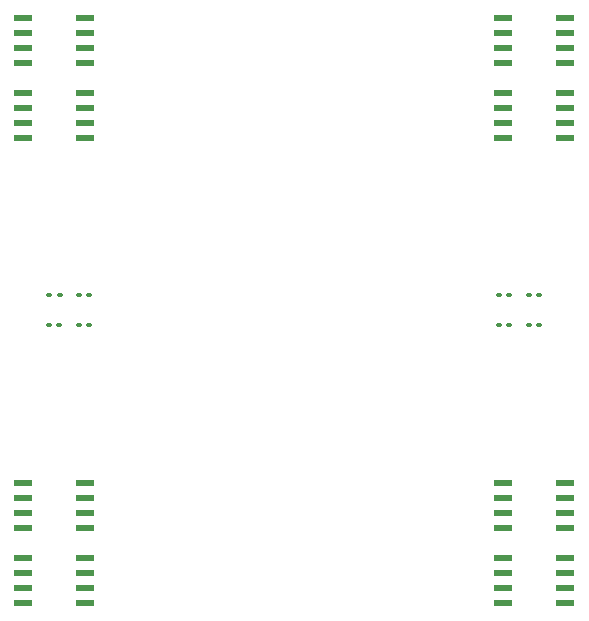
<source format=gtp>
G04 #@! TF.GenerationSoftware,KiCad,Pcbnew,(6.0.2)*
G04 #@! TF.CreationDate,2022-11-25T11:40:26-08:00*
G04 #@! TF.ProjectId,robot_pcb,726f626f-745f-4706-9362-2e6b69636164,rev?*
G04 #@! TF.SameCoordinates,Original*
G04 #@! TF.FileFunction,Paste,Top*
G04 #@! TF.FilePolarity,Positive*
%FSLAX46Y46*%
G04 Gerber Fmt 4.6, Leading zero omitted, Abs format (unit mm)*
G04 Created by KiCad (PCBNEW (6.0.2)) date 2022-11-25 11:40:26*
%MOMM*%
%LPD*%
G01*
G04 APERTURE LIST*
G04 Aperture macros list*
%AMRoundRect*
0 Rectangle with rounded corners*
0 $1 Rounding radius*
0 $2 $3 $4 $5 $6 $7 $8 $9 X,Y pos of 4 corners*
0 Add a 4 corners polygon primitive as box body*
4,1,4,$2,$3,$4,$5,$6,$7,$8,$9,$2,$3,0*
0 Add four circle primitives for the rounded corners*
1,1,$1+$1,$2,$3*
1,1,$1+$1,$4,$5*
1,1,$1+$1,$6,$7*
1,1,$1+$1,$8,$9*
0 Add four rect primitives between the rounded corners*
20,1,$1+$1,$2,$3,$4,$5,0*
20,1,$1+$1,$4,$5,$6,$7,0*
20,1,$1+$1,$6,$7,$8,$9,0*
20,1,$1+$1,$8,$9,$2,$3,0*%
G04 Aperture macros list end*
%ADD10RoundRect,0.041300X0.748700X0.253700X-0.748700X0.253700X-0.748700X-0.253700X0.748700X-0.253700X0*%
%ADD11RoundRect,0.090000X0.139000X0.090000X-0.139000X0.090000X-0.139000X-0.090000X0.139000X-0.090000X0*%
%ADD12RoundRect,0.090000X-0.139000X-0.090000X0.139000X-0.090000X0.139000X0.090000X-0.139000X0.090000X0*%
G04 APERTURE END LIST*
D10*
X105495000Y-108585000D03*
X105495000Y-107315000D03*
X105495000Y-106045000D03*
X105495000Y-104775000D03*
X100245000Y-104775000D03*
X100245000Y-106045000D03*
X100245000Y-107315000D03*
X100245000Y-108585000D03*
X105495000Y-69215000D03*
X105495000Y-67945000D03*
X105495000Y-66675000D03*
X105495000Y-65405000D03*
X100245000Y-65405000D03*
X100245000Y-66675000D03*
X100245000Y-67945000D03*
X100245000Y-69215000D03*
X105495000Y-114935000D03*
X105495000Y-113665000D03*
X105495000Y-112395000D03*
X105495000Y-111125000D03*
X100245000Y-111125000D03*
X100245000Y-112395000D03*
X100245000Y-113665000D03*
X100245000Y-114935000D03*
X146135000Y-75565000D03*
X146135000Y-74295000D03*
X146135000Y-73025000D03*
X146135000Y-71755000D03*
X140885000Y-71755000D03*
X140885000Y-73025000D03*
X140885000Y-74295000D03*
X140885000Y-75565000D03*
D11*
X141402500Y-88900000D03*
X140537500Y-88900000D03*
D10*
X146135000Y-108585000D03*
X146135000Y-107315000D03*
X146135000Y-106045000D03*
X146135000Y-104775000D03*
X140885000Y-104775000D03*
X140885000Y-106045000D03*
X140885000Y-107315000D03*
X140885000Y-108585000D03*
X146135000Y-114935000D03*
X146135000Y-113665000D03*
X146135000Y-112395000D03*
X146135000Y-111125000D03*
X140885000Y-111125000D03*
X140885000Y-112395000D03*
X140885000Y-113665000D03*
X140885000Y-114935000D03*
D12*
X102437500Y-91440000D03*
X103302500Y-91440000D03*
D11*
X141402500Y-91440000D03*
X140537500Y-91440000D03*
D10*
X105495000Y-75565000D03*
X105495000Y-74295000D03*
X105495000Y-73025000D03*
X105495000Y-71755000D03*
X100245000Y-71755000D03*
X100245000Y-73025000D03*
X100245000Y-74295000D03*
X100245000Y-75565000D03*
D12*
X104977500Y-88900000D03*
X105842500Y-88900000D03*
D10*
X146135000Y-69215000D03*
X146135000Y-67945000D03*
X146135000Y-66675000D03*
X146135000Y-65405000D03*
X140885000Y-65405000D03*
X140885000Y-66675000D03*
X140885000Y-67945000D03*
X140885000Y-69215000D03*
D11*
X143077500Y-88900000D03*
X143942500Y-88900000D03*
X102447500Y-88900000D03*
X103312500Y-88900000D03*
D12*
X143077500Y-91440000D03*
X143942500Y-91440000D03*
X105842500Y-91440000D03*
X104977500Y-91440000D03*
M02*

</source>
